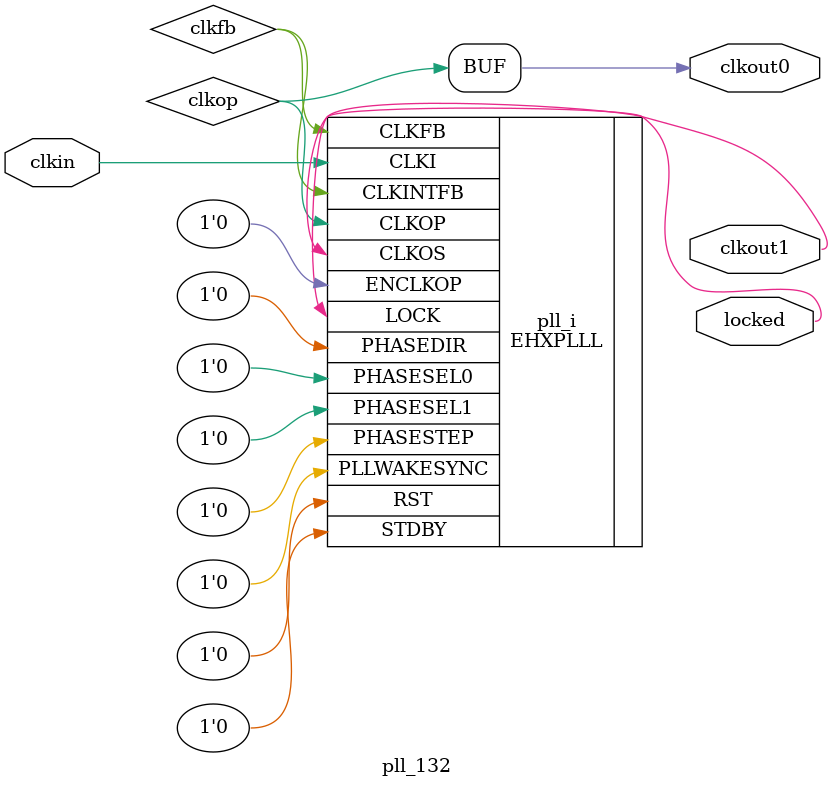
<source format=v>
module pll_132
(
    input clkin, // 25 MHz, 0 deg
    output clkout0, // 132.143 MHz, 0 deg
    output clkout1, // 132.143 MHz, 180 deg
    output locked
);
wire clkfb;
wire clkos;
wire clkop;
(* ICP_CURRENT="12" *) (* LPF_RESISTOR="8" *) (* MFG_ENABLE_FILTEROPAMP="1" *) (* MFG_GMCREF_SEL="2" *)
EHXPLLL #(
        .PLLRST_ENA("DISABLED"),
        .INTFB_WAKE("DISABLED"),
        .STDBY_ENABLE("DISABLED"),
        .DPHASE_SOURCE("DISABLED"),
        .CLKOP_FPHASE(0),
        .CLKOP_CPHASE(2),
        .OUTDIVIDER_MUXA("DIVA"),
        .CLKOP_ENABLE("ENABLED"),
        .CLKOP_DIV(5),
        .CLKOS_ENABLE("ENABLED"),
        .CLKOS_DIV(5),
        .CLKOS_CPHASE(4),
        .CLKOS_FPHASE(4),
        .CLKFB_DIV(37),
        .CLKI_DIV(7),
        .FEEDBK_PATH("INT_OP")
    ) pll_i (
        .CLKI(clkin),
        .CLKFB(clkfb),
        .CLKINTFB(clkfb),
        .CLKOP(clkop),
        .CLKOS(clkout1),
        .RST(1'b0),
        .STDBY(1'b0),
        .PHASESEL0(1'b0),
        .PHASESEL1(1'b0),
        .PHASEDIR(1'b0),
        .PHASESTEP(1'b0),
        .PLLWAKESYNC(1'b0),
        .ENCLKOP(1'b0),
        .LOCK(locked)
	);
assign clkout0 = clkop;
endmodule

</source>
